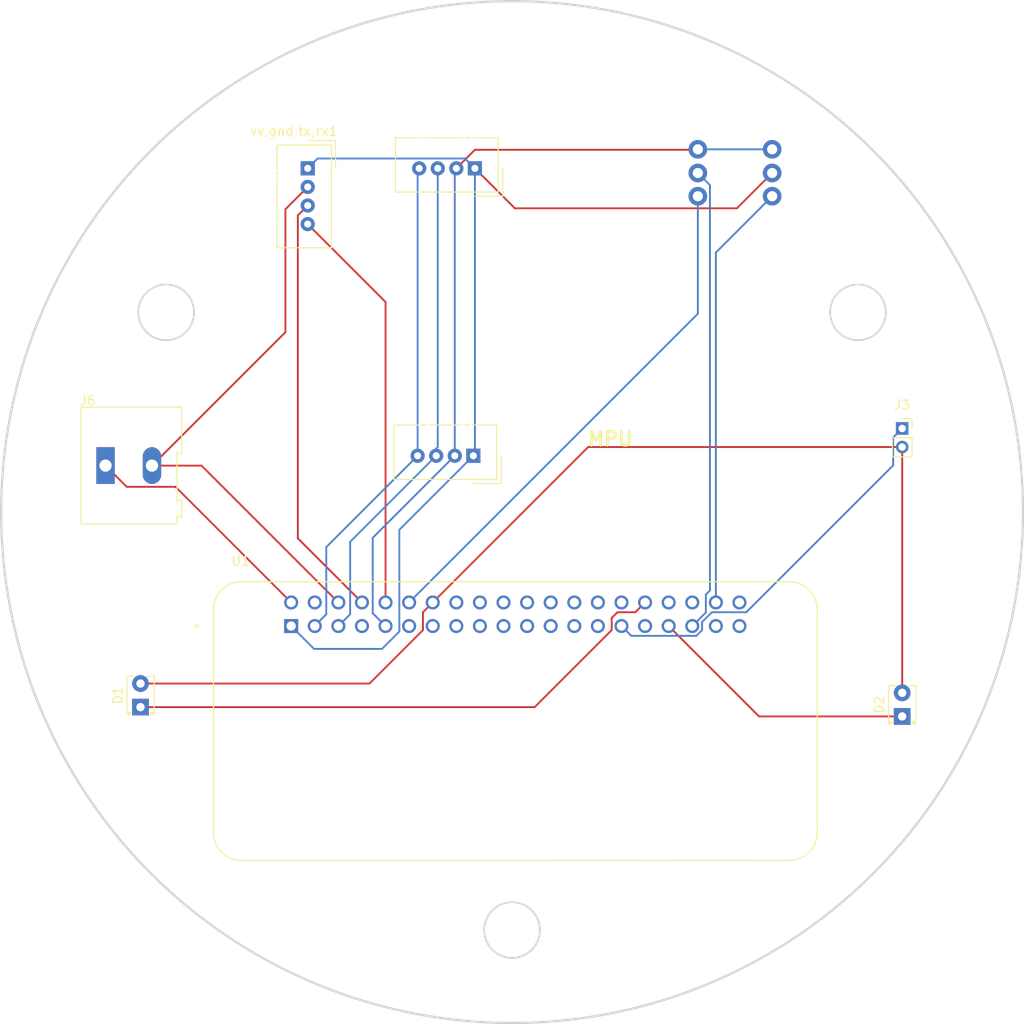
<source format=kicad_pcb>
(kicad_pcb (version 20241229) (generator "pcbnew") (generator_version "9.0")
  (layers (0 "F.Cu" signal) (2 "B.Cu" signal) (13 "F.Paste" user) (15 "B.Paste" user) (5 "F.SilkS" user "F.Silkscreen") (7 "B.SilkS" user "B.Silkscreen") (1 "F.Mask" user) (3 "B.Mask" user) (25 "Edge.Cuts" user))
  (net 0 "")
  (net 1 "Net-(J1-Pin_1)")
  (net 2 "Net-(J1-Pin_3)")
  (net 3 "Net-(J1-Pin_2)")
  (net 4 "Net-(J1-Pin_4)")
  (net 5 "Net-(J6-Pin_2)")
  (net 6 "Net-(J6-Pin_1)")
  (net 14 "Net-(D1-K)")
  (net 16 "Net-(D1-A)")
  (net 33 "Net-(D2-K)")
  (net 35 "Net-(J7-Pin_2)")
  (net 36 "Net-(J7-Pin_3)")
  (net 37 "Net-(J7-Pin_6)")
  (net 38 "Net-(J3-Pin_1)")
  (net 39 "Net-(U1-GPIO15{slash}RXD0)")
  (net 40 "Net-(U1-GPIO14{slash}TXD0)")
  (footprint "LED_THT:LED_D2.0mm_W4.0mm_H2.8mm_FlatTop" (layer "F.Cu") (at 193 129 90)
    (property "Reference" "D2" (at 1.27 -2.46 90) (layer "F.SilkS"))
    (property "Value" "LED")
    (fp_line (start 3.33 -1.46) (end 3.33 -0.736) (stroke (width 0.12)) (layer "F.SilkS"))
    (fp_line (start -0.55 -1.46) (end -0.55 -1.08) (stroke (width 0.12)) (layer "F.SilkS"))
    (fp_line (start -0.67 -1.46) (end -0.67 -1.08) (stroke (width 0.12)) (layer "F.SilkS"))
    (fp_line (start -0.79 -1.46) (end 3.33 -1.46) (stroke (width 0.12)) (layer "F.SilkS"))
    (fp_line (start -0.79 -1.08) (end -0.79 -1.46) (stroke (width 0.12)) (layer "F.SilkS"))
    (fp_line (start 3.33 0.736) (end 3.33 1.46) (stroke (width 0.12)) (layer "F.SilkS"))
    (fp_line (start -0.55 1.08) (end -0.55 1.46) (stroke (width 0.12)) (layer "F.SilkS"))
    (fp_line (start -0.67 1.08) (end -0.67 1.46) (stroke (width 0.12)) (layer "F.SilkS"))
    (fp_line (start 3.33 1.46) (end -0.79 1.46) (stroke (width 0.12)) (layer "F.SilkS"))
    (fp_line (start -0.79 1.46) (end -0.79 1.08) (stroke (width 0.12)) (layer "F.SilkS"))
    (pad "1" thru_hole rect (at 0 0 90) (size 1.8 1.8) (drill 0.9) (layers "*.Cu" "*.Mask") (net 33 "Net-(D2-K)"))
    (pad "2" thru_hole circle (at 2.54 0 90) (size 1.8 1.8) (drill 0.9) (layers "*.Cu" "*.Mask") (net 16 "Net-(D1-A)"))
  )
  (footprint "pins:tnmp441" (layer "F.Cu") (at 174.999922 70.5)
    (property "Reference" "J7" (hide yes))
    (property "Value" "Conn_01x06_Pin" (hide yes))
    (pad "1" thru_hole circle (at -4 -2.55) (size 2 2) (drill 1.1) (layers "*.Cu" "*.Mask") (net 3 "Net-(J1-Pin_2)"))
    (pad "2" thru_hole circle (at -4 0) (size 2 2) (drill 1.1) (layers "*.Cu" "*.Mask") (net 35 "Net-(J7-Pin_2)"))
    (pad "3" thru_hole circle (at -4 2.5) (size 2 2) (drill 1.1) (layers "*.Cu" "*.Mask") (net 36 "Net-(J7-Pin_3)"))
    (pad "4" thru_hole circle (at 4.000156 -2.55) (size 2 2) (drill 1.1) (layers "*.Cu" "*.Mask") (net 3 "Net-(J1-Pin_2)"))
    (pad "5" thru_hole circle (at 4.000078 0) (size 2 2) (drill 1.1) (layers "*.Cu" "*.Mask") (net 1 "Net-(J1-Pin_1)"))
    (pad "6" thru_hole circle (at 4.000078 2.5) (size 2 2) (drill 1.1) (layers "*.Cu" "*.Mask") (net 37 "Net-(J7-Pin_6)"))
  )
  (footprint "Connector:NS-Tech_Grove_1x04_P2mm_Vertical" (layer "F.Cu") (at 147 70 -90)
    (property "Reference" "J1" (hide yes))
    (property "Value" "Conn_01x04_Socket")
    (fp_line (start -3.3 8.55) (end 2.55 8.55) (stroke (width 0.12)) (layer "F.SilkS"))
    (fp_line (start -3.3 5.9) (end -3.3 8.55) (stroke (width 0.12)) (layer "F.SilkS"))
    (fp_line (start -3.3 5) (end -3.3 5.6) (stroke (width 0.12)) (layer "F.SilkS"))
    (fp_line (start -3.3 1.25) (end -3.3 4.75) (stroke (width 0.12)) (layer "F.SilkS"))
    (fp_line (start -3.3 0.4) (end -3.3 1) (stroke (width 0.12)) (layer "F.SilkS"))
    (fp_line (start -3.3 -2.5) (end -3.3 0.15) (stroke (width 0.12)) (layer "F.SilkS"))
    (fp_line (start -3.3 -2.5) (end 2.55 -2.5) (stroke (width 0.12)) (layer "F.SilkS"))
    (fp_line (start 2.55 -2.5) (end 2.55 8.55) (stroke (width 0.12)) (layer "F.SilkS"))
    (fp_line (start 0 -3) (end 3 -3) (stroke (width 0.12)) (layer "F.SilkS"))
    (fp_line (start 3 -3) (end 3 0) (stroke (width 0.12)) (layer "F.SilkS"))
    (pad "1" thru_hole rect (at 0 0 270) (size 1.524 1.524) (drill 0.762) (layers "*.Cu" "*.Mask") (net 1 "Net-(J1-Pin_1)"))
    (pad "2" thru_hole circle (at 0 2 270) (size 1.524 1.524) (drill 0.762) (layers "*.Cu" "*.Mask") (net 3 "Net-(J1-Pin_2)"))
    (pad "3" thru_hole circle (at 0 4 270) (size 1.524 1.524) (drill 0.762) (layers "*.Cu" "*.Mask") (net 2 "Net-(J1-Pin_3)"))
    (pad "4" thru_hole circle (at 0 6 270) (size 1.524 1.524) (drill 0.762) (layers "*.Cu" "*.Mask") (net 4 "Net-(J1-Pin_4)"))
  )
  (footprint "TerminalBlock:TerminalBlock_Altech_AK300-2_P5.00mm" (layer "F.Cu") (at 107.235 102)
    (property "Reference" "J6" (at -1.92 -6.99 0) (layer "F.SilkS"))
    (property "Value" "Screw_Terminal_01x02")
    (fp_line (start -2.65 -6.3) (end -2.65 6.3) (stroke (width 0.12)) (layer "F.SilkS"))
    (fp_line (start -2.65 6.3) (end 7.7 6.3) (stroke (width 0.12)) (layer "F.SilkS"))
    (fp_line (start 7.7 -1.5) (end 8.2 -1.2) (stroke (width 0.12)) (layer "F.SilkS"))
    (fp_line (start 7.7 3.9) (end 7.7 -1.5) (stroke (width 0.12)) (layer "F.SilkS"))
    (fp_line (start 7.7 5.35) (end 8.2 5.6) (stroke (width 0.12)) (layer "F.SilkS"))
    (fp_line (start 7.7 6.3) (end 7.7 5.35) (stroke (width 0.12)) (layer "F.SilkS"))
    (fp_line (start 8.2 -6.3) (end -2.65 -6.3) (stroke (width 0.12)) (layer "F.SilkS"))
    (fp_line (start 8.2 -1.2) (end 8.2 -6.3) (stroke (width 0.12)) (layer "F.SilkS"))
    (fp_line (start 8.2 3.65) (end 7.7 3.9) (stroke (width 0.12)) (layer "F.SilkS"))
    (fp_line (start 8.2 3.7) (end 8.2 3.65) (stroke (width 0.12)) (layer "F.SilkS"))
    (fp_line (start 8.2 5.6) (end 8.2 3.7) (stroke (width 0.12)) (layer "F.SilkS"))
    (pad "1" thru_hole rect (at 0 0) (size 1.98 3.96) (drill 1.32) (layers "*.Cu" "*.Mask") (net 6 "Net-(J6-Pin_1)"))
    (pad "2" thru_hole oval (at 5 0) (size 1.98 3.96) (drill 1.32) (layers "*.Cu" "*.Mask") (net 5 "Net-(J6-Pin_2)"))
  )
  (footprint "Connector:NS-Tech_Grove_1x04_P2mm_Vertical" (layer "F.Cu") (at 146.8325 100.9375 -90)
    (property "Reference" "J2" (hide yes))
    (property "Value" "Conn_01x04_Socket")
    (fp_line (start -3.3 8.55) (end 2.55 8.55) (stroke (width 0.12)) (layer "F.SilkS"))
    (fp_line (start -3.3 5.9) (end -3.3 8.55) (stroke (width 0.12)) (layer "F.SilkS"))
    (fp_line (start -3.3 5) (end -3.3 5.6) (stroke (width 0.12)) (layer "F.SilkS"))
    (fp_line (start -3.3 1.25) (end -3.3 4.75) (stroke (width 0.12)) (layer "F.SilkS"))
    (fp_line (start -3.3 0.4) (end -3.3 1) (stroke (width 0.12)) (layer "F.SilkS"))
    (fp_line (start -3.3 -2.5) (end -3.3 0.15) (stroke (width 0.12)) (layer "F.SilkS"))
    (fp_line (start -3.3 -2.5) (end 2.55 -2.5) (stroke (width 0.12)) (layer "F.SilkS"))
    (fp_line (start 2.55 -2.5) (end 2.55 8.55) (stroke (width 0.12)) (layer "F.SilkS"))
    (fp_line (start 0 -3) (end 3 -3) (stroke (width 0.12)) (layer "F.SilkS"))
    (fp_line (start 3 -3) (end 3 0) (stroke (width 0.12)) (layer "F.SilkS"))
    (pad "1" thru_hole rect (at 0 0 270) (size 1.524 1.524) (drill 0.762) (layers "*.Cu" "*.Mask") (net 1 "Net-(J1-Pin_1)"))
    (pad "2" thru_hole circle (at 0 2 270) (size 1.524 1.524) (drill 0.762) (layers "*.Cu" "*.Mask") (net 3 "Net-(J1-Pin_2)"))
    (pad "3" thru_hole circle (at 0 4 270) (size 1.524 1.524) (drill 0.762) (layers "*.Cu" "*.Mask") (net 2 "Net-(J1-Pin_3)"))
    (pad "4" thru_hole circle (at 0 6 270) (size 1.524 1.524) (drill 0.762) (layers "*.Cu" "*.Mask") (net 4 "Net-(J1-Pin_4)"))
  )
  (footprint "LED_THT:LED_D2.0mm_W4.0mm_H2.8mm_FlatTop" (layer "F.Cu") (at 111 128 90)
    (property "Reference" "D1" (at 1.27 -2.46 90) (layer "F.SilkS"))
    (property "Value" "LED")
    (fp_line (start 3.33 -1.46) (end 3.33 -0.736) (stroke (width 0.12)) (layer "F.SilkS"))
    (fp_line (start -0.55 -1.46) (end -0.55 -1.08) (stroke (width 0.12)) (layer "F.SilkS"))
    (fp_line (start -0.67 -1.46) (end -0.67 -1.08) (stroke (width 0.12)) (layer "F.SilkS"))
    (fp_line (start -0.79 -1.46) (end 3.33 -1.46) (stroke (width 0.12)) (layer "F.SilkS"))
    (fp_line (start -0.79 -1.08) (end -0.79 -1.46) (stroke (width 0.12)) (layer "F.SilkS"))
    (fp_line (start 3.33 0.736) (end 3.33 1.46) (stroke (width 0.12)) (layer "F.SilkS"))
    (fp_line (start -0.55 1.08) (end -0.55 1.46) (stroke (width 0.12)) (layer "F.SilkS"))
    (fp_line (start -0.67 1.08) (end -0.67 1.46) (stroke (width 0.12)) (layer "F.SilkS"))
    (fp_line (start 3.33 1.46) (end -0.79 1.46) (stroke (width 0.12)) (layer "F.SilkS"))
    (fp_line (start -0.79 1.46) (end -0.79 1.08) (stroke (width 0.12)) (layer "F.SilkS"))
    (pad "1" thru_hole rect (at 0 0 90) (size 1.8 1.8) (drill 0.9) (layers "*.Cu" "*.Mask") (net 14 "Net-(D1-K)"))
    (pad "2" thru_hole circle (at 2.54 0 90) (size 1.8 1.8) (drill 0.9) (layers "*.Cu" "*.Mask") (net 16 "Net-(D1-A)"))
  )
  (footprint "RASPBERRY_PI_ZERO_2_W:MODULE_RASPBERRY_PI_ZERO_2_W" (layer "F.Cu") (at 151.35 129.5)
    (property "Reference" "U1" (at -29.569 -17.2162 0) (layer "F.SilkS") (effects (font (size 1.00189 1.00189))))
    (property "Value" "RASPBERRY_PI_ZERO_2_W")
    (fp_line (start -32.5 -12) (end -32.5 12) (stroke (width 0.127)) (layer "F.SilkS"))
    (fp_line (start -29.5 15) (end 29.5 15) (stroke (width 0.127)) (layer "F.SilkS"))
    (fp_line (start 4.4 15) (end 12.75 15) (stroke (width 0.127)) (layer "F.SilkS"))
    (fp_line (start 17 15) (end 25.35 15) (stroke (width 0.127)) (layer "F.SilkS"))
    (fp_line (start 29.5 -15) (end -29.5 -15) (stroke (width 0.127)) (layer "F.SilkS"))
    (fp_line (start 32.5 12) (end 32.5 -12) (stroke (width 0.127)) (layer "F.SilkS"))
    (fp_arc (start -32.5 -12) (mid -31.62132 -14.12132) (end -29.5 -15) (stroke (width 0.127)) (layer "F.SilkS"))
    (fp_arc (start -29.5 15) (mid -31.62132 14.12132) (end -32.5 12) (stroke (width 0.127)) (layer "F.SilkS"))
    (fp_arc (start 29.5 -15) (mid 31.62132 -14.12132) (end 32.5 -12) (stroke (width 0.127)) (layer "F.SilkS"))
    (fp_arc (start 32.5 12) (mid 31.62132 14.12132) (end 29.5 15) (stroke (width 0.127)) (layer "F.SilkS"))
    (fp_circle (center -34.29 -10.23) (end -34.19 -10.23) (stroke (width 0.2)) (fill no) (layer "F.SilkS"))
    (pad "" np_thru_hole circle (at -29 -11.5) (size 2.75 2.75) (drill 2.75) (layers "*.Cu" "*.Mask"))
    (pad "" np_thru_hole circle (at -29 11.5) (size 2.75 2.75) (drill 2.75) (layers "*.Cu" "*.Mask"))
    (pad "" np_thru_hole circle (at 29 -11.5) (size 2.75 2.75) (drill 2.75) (layers "*.Cu" "*.Mask"))
    (pad "" np_thru_hole circle (at 29 11.5) (size 2.75 2.75) (drill 2.75) (layers "*.Cu" "*.Mask"))
    (pad "1" thru_hole rect (at -24.13 -10.23) (size 1.508 1.508) (drill 1) (layers "*.Cu" "*.Mask") (net 1 "Net-(J1-Pin_1)"))
    (pad "2" thru_hole circle (at -24.13 -12.77) (size 1.508 1.508) (drill 1) (layers "*.Cu" "*.Mask") (net 6 "Net-(J6-Pin_1)"))
    (pad "3" thru_hole circle (at -21.59 -10.23) (size 1.508 1.508) (drill 1) (layers "*.Cu" "*.Mask") (net 4 "Net-(J1-Pin_4)"))
    (pad "4" thru_hole circle (at -21.59 -12.77) (size 1.508 1.508) (drill 1) (layers "*.Cu" "*.Mask"))
    (pad "5" thru_hole circle (at -19.05 -10.23) (size 1.508 1.508) (drill 1) (layers "*.Cu" "*.Mask") (net 2 "Net-(J1-Pin_3)"))
    (pad "6" thru_hole circle (at -19.05 -12.77) (size 1.508 1.508) (drill 1) (layers "*.Cu" "*.Mask") (net 5 "Net-(J6-Pin_2)"))
    (pad "7" thru_hole circle (at -16.51 -10.23) (size 1.508 1.508) (drill 1) (layers "*.Cu" "*.Mask"))
    (pad "8" thru_hole circle (at -16.51 -12.77) (size 1.508 1.508) (drill 1) (layers "*.Cu" "*.Mask") (net 40 "Net-(U1-GPIO14{slash}TXD0)"))
    (pad "9" thru_hole circle (at -13.97 -10.23) (size 1.508 1.508) (drill 1) (layers "*.Cu" "*.Mask") (net 3 "Net-(J1-Pin_2)"))
    (pad "10" thru_hole circle (at -13.97 -12.77) (size 1.508 1.508) (drill 1) (layers "*.Cu" "*.Mask") (net 39 "Net-(U1-GPIO15{slash}RXD0)"))
    (pad "11" thru_hole circle (at -11.43 -10.23) (size 1.508 1.508) (drill 1) (layers "*.Cu" "*.Mask"))
    (pad "12" thru_hole circle (at -11.43 -12.77) (size 1.508 1.508) (drill 1) (layers "*.Cu" "*.Mask") (net 36 "Net-(J7-Pin_3)"))
    (pad "13" thru_hole circle (at -8.89 -10.23) (size 1.508 1.508) (drill 1) (layers "*.Cu" "*.Mask"))
    (pad "14" thru_hole circle (at -8.89 -12.77) (size 1.508 1.508) (drill 1) (layers "*.Cu" "*.Mask") (net 16 "Net-(D1-A)"))
    (pad "15" thru_hole circle (at -6.35 -10.23) (size 1.508 1.508) (drill 1) (layers "*.Cu" "*.Mask"))
    (pad "16" thru_hole circle (at -6.35 -12.77) (size 1.508 1.508) (drill 1) (layers "*.Cu" "*.Mask"))
    (pad "17" thru_hole circle (at -3.81 -10.23) (size 1.508 1.508) (drill 1) (layers "*.Cu" "*.Mask"))
    (pad "18" thru_hole circle (at -3.81 -12.77) (size 1.508 1.508) (drill 1) (layers "*.Cu" "*.Mask"))
    (pad "19" thru_hole circle (at -1.27 -10.23) (size 1.508 1.508) (drill 1) (layers "*.Cu" "*.Mask"))
    (pad "20" thru_hole circle (at -1.27 -12.77) (size 1.508 1.508) (drill 1) (layers "*.Cu" "*.Mask"))
    (pad "21" thru_hole circle (at 1.27 -10.23) (size 1.508 1.508) (drill 1) (layers "*.Cu" "*.Mask"))
    (pad "22" thru_hole circle (at 1.27 -12.77) (size 1.508 1.508) (drill 1) (layers "*.Cu" "*.Mask"))
    (pad "23" thru_hole circle (at 3.81 -10.23) (size 1.508 1.508) (drill 1) (layers "*.Cu" "*.Mask"))
    (pad "24" thru_hole circle (at 3.81 -12.77) (size 1.508 1.508) (drill 1) (layers "*.Cu" "*.Mask"))
    (pad "25" thru_hole circle (at 6.35 -10.23) (size 1.508 1.508) (drill 1) (layers "*.Cu" "*.Mask"))
    (pad "26" thru_hole circle (at 6.35 -12.77) (size 1.508 1.508) (drill 1) (layers "*.Cu" "*.Mask"))
    (pad "27" thru_hole circle (at 8.89 -10.23) (size 1.508 1.508) (drill 1) (layers "*.Cu" "*.Mask"))
    (pad "28" thru_hole circle (at 8.89 -12.77) (size 1.508 1.508) (drill 1) (layers "*.Cu" "*.Mask"))
    (pad "29" thru_hole circle (at 11.43 -10.23) (size 1.508 1.508) (drill 1) (layers "*.Cu" "*.Mask") (net 38 "Net-(J3-Pin_1)"))
    (pad "30" thru_hole circle (at 11.43 -12.77) (size 1.508 1.508) (drill 1) (layers "*.Cu" "*.Mask"))
    (pad "31" thru_hole circle (at 13.97 -10.23) (size 1.508 1.508) (drill 1) (layers "*.Cu" "*.Mask"))
    (pad "32" thru_hole circle (at 13.97 -12.77) (size 1.508 1.508) (drill 1) (layers "*.Cu" "*.Mask") (net 14 "Net-(D1-K)"))
    (pad "33" thru_hole circle (at 16.51 -10.23) (size 1.508 1.508) (drill 1) (layers "*.Cu" "*.Mask") (net 33 "Net-(D2-K)"))
    (pad "34" thru_hole circle (at 16.51 -12.77) (size 1.508 1.508) (drill 1) (layers "*.Cu" "*.Mask"))
    (pad "35" thru_hole circle (at 19.05 -10.23) (size 1.508 1.508) (drill 1) (layers "*.Cu" "*.Mask") (net 35 "Net-(J7-Pin_2)"))
    (pad "36" thru_hole circle (at 19.05 -12.77) (size 1.508 1.508) (drill 1) (layers "*.Cu" "*.Mask"))
    (pad "37" thru_hole circle (at 21.59 -10.23) (size 1.508 1.508) (drill 1) (layers "*.Cu" "*.Mask"))
    (pad "38" thru_hole circle (at 21.59 -12.77) (size 1.508 1.508) (drill 1) (layers "*.Cu" "*.Mask") (net 37 "Net-(J7-Pin_6)"))
    (pad "39" thru_hole circle (at 24.13 -10.23) (size 1.508 1.508) (drill 1) (layers "*.Cu" "*.Mask"))
    (pad "40" thru_hole circle (at 24.13 -12.77) (size 1.508 1.508) (drill 1) (layers "*.Cu" "*.Mask"))
  )
  (footprint "Connector:NS-Tech_Grove_1x04_P2mm_Vertical" (layer "F.Cu") (at 129 70)
    (property "Reference" "vv,gnd,tx,rx1" (at -1.5 -4 0) (layer "F.SilkS"))
    (property "Value" "Conn_01x04_Socket")
    (fp_line (start -3.3 -2.5) (end -3.3 0.15) (stroke (width 0.12)) (layer "F.SilkS"))
    (fp_line (start -3.3 -2.5) (end 2.55 -2.5) (stroke (width 0.12)) (layer "F.SilkS"))
    (fp_line (start -3.3 0.4) (end -3.3 1) (stroke (width 0.12)) (layer "F.SilkS"))
    (fp_line (start -3.3 1.25) (end -3.3 4.75) (stroke (width 0.12)) (layer "F.SilkS"))
    (fp_line (start -3.3 5) (end -3.3 5.6) (stroke (width 0.12)) (layer "F.SilkS"))
    (fp_line (start -3.3 5.9) (end -3.3 8.55) (stroke (width 0.12)) (layer "F.SilkS"))
    (fp_line (start -3.3 8.55) (end 2.55 8.55) (stroke (width 0.12)) (layer "F.SilkS"))
    (fp_line (start 0 -3) (end 3 -3) (stroke (width 0.12)) (layer "F.SilkS"))
    (fp_line (start 2.55 -2.5) (end 2.55 8.55) (stroke (width 0.12)) (layer "F.SilkS"))
    (fp_line (start 3 -3) (end 3 0) (stroke (width 0.12)) (layer "F.SilkS"))
    (pad "1" thru_hole rect (at 0 0) (size 1.524 1.524) (drill 0.762) (layers "*.Cu" "*.Mask") (net 1 "Net-(J1-Pin_1)"))
    (pad "2" thru_hole circle (at 0 2) (size 1.524 1.524) (drill 0.762) (layers "*.Cu" "*.Mask") (net 5 "Net-(J6-Pin_2)"))
    (pad "3" thru_hole circle (at 0 4) (size 1.524 1.524) (drill 0.762) (layers "*.Cu" "*.Mask") (net 40 "Net-(U1-GPIO14{slash}TXD0)"))
    (pad "4" thru_hole circle (at 0 6) (size 1.524 1.524) (drill 0.762) (layers "*.Cu" "*.Mask") (net 39 "Net-(U1-GPIO15{slash}RXD0)"))
  )
  (footprint "Connector_PinSocket_2.00mm:PinSocket_1x02_P2.00mm_Vertical" (layer "F.Cu") (at 193 98)
    (property "Reference" "J3" (at 0 -2.5 0) (layer "F.SilkS"))
    (property "Value" "Conn_01x02_Socket")
    (fp_line (start -1.06 1) (end -1.06 3.06) (stroke (width 0.12)) (layer "F.SilkS"))
    (fp_line (start -1.06 1) (end 1.06 1) (stroke (width 0.12)) (layer "F.SilkS"))
    (fp_line (start -1.06 3.06) (end 1.06 3.06) (stroke (width 0.12)) (layer "F.SilkS"))
    (fp_line (start 0 -1.06) (end 1.06 -1.06) (stroke (width 0.12)) (layer "F.SilkS"))
    (fp_line (start 1.06 -1.06) (end 1.06 0) (stroke (width 0.12)) (layer "F.SilkS"))
    (fp_line (start 1.06 1) (end 1.06 3.06) (stroke (width 0.12)) (layer "F.SilkS"))
    (pad "1" thru_hole rect (at 0 0) (size 1.35 1.35) (drill 0.8) (layers "*.Cu" "*.Mask") (net 38 "Net-(J3-Pin_1)"))
    (pad "2" thru_hole circle (at 0 2) (size 1.35 1.35) (drill 0.8) (layers "*.Cu" "*.Mask") (net 16 "Net-(D1-A)"))
  )
  (gr_circle (center 188.239092 85.5) (end 191.239092 85.5) (stroke (width 0.2)) (fill no) (layer "Edge.Cuts"))
  (gr_circle (center 113.760908 85.5) (end 116.760908 85.5) (stroke (width 0.2)) (fill no) (layer "Edge.Cuts"))
  (gr_circle (center 151 152) (end 154 152) (stroke (width 0.2)) (fill no) (layer "Edge.Cuts"))
  (gr_circle (center 151 107) (end 206 107) (stroke (width 0.25)) (fill no) (layer "Edge.Cuts"))
  (gr_text "MPU" (at 159 100 0) (layer "F.SilkS") (effects (font (size 1.5 1.5) (thickness 0.3) (bold yes)) (justify left bottom)))
  (segment (start 151.301 74.301) (end 147 70) (width 0.2) (layer "F.Cu") (net 1))
  (segment (start 179 70.5) (end 175.199 74.301) (width 0.2) (layer "F.Cu") (net 1))
  (segment (start 175.199 74.301) (end 151.301 74.301) (width 0.2) (layer "F.Cu") (net 1))
  (segment (start 138.865 108.905) (end 146.8325 100.9375) (width 0.2) (layer "B.Cu") (net 1))
  (segment (start 138.865 119.865) (end 137 121.73) (width 0.2) (layer "B.Cu") (net 1))
  (segment (start 147 100.77) (end 146.8325 100.9375) (width 0.2) (layer "B.Cu") (net 1))
  (segment (start 137 121.73) (end 129.68 121.73) (width 0.2) (layer "B.Cu") (net 1))
  (segment (start 129 70) (end 130.063 68.937) (width 0.2) (layer "B.Cu") (net 1))
  (segment (start 130.063 68.937) (end 145.937 68.937) (width 0.2) (layer "B.Cu") (net 1))
  (segment (start 129.68 121.73) (end 127.22 119.27) (width 0.2) (layer "B.Cu") (net 1))
  (segment (start 145.937 68.937) (end 147 70) (width 0.2) (layer "B.Cu") (net 1))
  (segment (start 138.865 119.865) (end 138.865 108.905) (width 0.2) (layer "B.Cu") (net 1))
  (segment (start 147 70) (end 147 100.77) (width 0.2) (layer "B.Cu") (net 1))
  (segment (start 143 100) (end 143 70) (width 0.2) (layer "B.Cu") (net 2))
  (segment (start 132.3 119.27) (end 133.57 118) (width 0.2) (layer "B.Cu") (net 2))
  (segment (start 142.8325 100.9375) (end 142.8325 100.1675) (width 0.2) (layer "B.Cu") (net 2))
  (segment (start 133.57 118) (end 133.57 110.2) (width 0.2) (layer "B.Cu") (net 2))
  (segment (start 133.57 110.2) (end 142.8325 100.9375) (width 0.2) (layer "B.Cu") (net 2))
  (segment (start 142.8325 100.1675) (end 143 100) (width 0.2) (layer "B.Cu") (net 2))
  (segment (start 145 70) (end 147 68) (width 0.2) (layer "F.Cu") (net 3))
  (segment (start 147 68) (end 171 68) (width 0.2) (layer "F.Cu") (net 3))
  (segment (start 136 109.77) (end 136 117.89) (width 0.2) (layers "B.Cu" "B.Mask") (net 3))
  (segment (start 144.8325 100.9375) (end 144.8325 70.1675) (width 0.2) (layer "B.Cu") (net 3))
  (segment (start 144.8325 100.9375) (end 136 109.77) (width 0.2) (layers "B.Cu" "B.Mask") (net 3))
  (segment (start 144.8325 70.1675) (end 145 70) (width 0.2) (layer "B.Cu") (net 3))
  (segment (start 170.999922 67.95) (end 179.000078 67.95) (width 0.2) (layer "B.Cu") (net 3))
  (segment (start 136 117.89) (end 137.38 119.27) (width 0.2) (layers "B.Cu" "B.Mask") (net 3))
  (segment (start 129.76 119.27) (end 129.76 119.24) (width 0.2) (layer "B.Cu") (net 4))
  (segment (start 140.8325 100.9375) (end 140.8325 70.1675) (width 0.2) (layer "B.Cu") (net 4))
  (segment (start 129.76 119.24) (end 131 118) (width 0.2) (layer "B.Cu") (net 4))
  (segment (start 131 110.77) (end 140.8325 100.9375) (width 0.2) (layer "B.Cu") (net 4))
  (segment (start 131 118) (end 131 110.77) (width 0.2) (layer "B.Cu") (net 4))
  (segment (start 140.8325 70.1675) (end 141 70) (width 0.2) (layer "B.Cu") (net 4))
  (segment (start 126.599 87.636) (end 126.599 74.401) (width 0.2) (layer "F.Cu") (net 5))
  (segment (start 112.235 102) (end 126.599 87.636) (width 0.2) (layer "F.Cu") (net 5))
  (segment (start 126.599 74.401) (end 129 72) (width 0.2) (layer "F.Cu") (net 5))
  (segment (start 117.57 102) (end 112.235 102) (width 0.2) (layer "F.Cu") (net 5))
  (segment (start 132.3 116.73) (end 117.57 102) (width 0.2) (layer "F.Cu") (net 5))
  (segment (start 114.771 104.281) (end 127.22 116.73) (width 0.2) (layer "F.Cu") (net 6))
  (segment (start 109.516 104.281) (end 114.771 104.281) (width 0.2) (layer "F.Cu") (net 6))
  (segment (start 107.235 102) (end 109.516 104.281) (width 0.2) (layer "F.Cu") (net 6))
  (segment (start 111 128) (end 153.431996 128) (width 0.2) (layer "F.Cu") (net 14))
  (segment (start 161.725 119.706996) (end 161.725 118.403004) (width 0.2) (layer "F.Cu") (net 14))
  (segment (start 153.431996 128) (end 161.725 119.706996) (width 0.2) (layer "F.Cu") (net 14))
  (segment (start 164.265 117.785) (end 165.32 116.73) (width 0.2) (layer "F.Cu") (net 14))
  (segment (start 162.343004 117.785) (end 164.265 117.785) (width 0.2) (layer "F.Cu") (net 14))
  (segment (start 161.725 118.403004) (end 162.343004 117.785) (width 0.2) (layer "F.Cu") (net 14))
  (segment (start 159.19 100) (end 142.46 116.73) (width 0.2) (layer "F.Cu") (net 16))
  (segment (start 193 100) (end 159.19 100) (width 0.2) (layer "F.Cu") (net 16))
  (segment (start 141.405 119.706996) (end 141.405 117.785) (width 0.2) (layer "F.Cu") (net 16))
  (segment (start 111 125.46) (end 135.651996 125.46) (width 0.2) (layer "F.Cu") (net 16))
  (segment (start 193 126.46) (end 193 100) (width 0.2) (layer "F.Cu") (net 16))
  (segment (start 141.405 117.785) (end 142.46 116.73) (width 0.2) (layer "F.Cu") (net 16))
  (segment (start 135.651996 125.46) (end 141.405 119.706996) (width 0.2) (layer "F.Cu") (net 16))
  (segment (start 193 129) (end 192.54 129) (width 0.2) (layer "F.Cu") (net 33))
  (segment (start 177.59 129) (end 167.86 119.27) (width 0.2) (layer "F.Cu") (net 33))
  (segment (start 192.54 129) (end 192.49 128.95) (width 0.2) (layer "F.Cu") (net 33))
  (segment (start 193 129) (end 177.59 129) (width 0.2) (layer "F.Cu") (net 33))
  (segment (start 192.95 128.95) (end 193 129) (width 0.2) (layer "B.Cu") (net 33))
  (segment (start 170.999922 70.5) (end 172.300922 71.801) (width 0.2) (layer "B.Cu") (net 35))
  (segment (start 171.860452 117.809548) (end 170.4 119.27) (width 0.2) (layer "B.Cu") (net 35))
  (segment (start 171.860452 115.887552) (end 171.860452 117.809548) (width 0.2) (layer "B.Cu") (net 35))
  (segment (start 172.300922 71.801) (end 172.300922 115.447082) (width 0.2) (layer "B.Cu") (net 35))
  (segment (start 172.300922 115.447082) (end 171.860452 115.887552) (width 0.2) (layer "B.Cu") (net 35))
  (segment (start 170.999922 73) (end 170.999922 85.650078) (width 0.2) (layer "B.Cu") (net 36))
  (segment (start 170.999922 85.650078) (end 139.92 116.73) (width 0.2) (layer "B.Cu") (net 36))
  (segment (start 179 73) (end 172.94 79.06) (width 0.2) (layer "B.Cu") (net 37))
  (segment (start 172.94 79.06) (end 172.94 116.73) (width 0.2) (layer "B.Cu") (net 37))
  (segment (start 171.455 119.706996) (end 171.455 118.833004) (width 0.2) (layer "B.Cu") (net 38))
  (segment (start 172.503004 117.785) (end 176.215 117.785) (width 0.2) (layer "B.Cu") (net 38))
  (segment (start 162.78 119.27) (end 163.835 120.325) (width 0.2) (layer "B.Cu") (net 38))
  (segment (start 176.215 117.785) (end 192.024 101.976) (width 0.2) (layer "B.Cu") (net 38))
  (segment (start 192.024 101.976) (end 192.024 98.976) (width 0.2) (layer "B.Cu") (net 38))
  (segment (start 192.718004 98) (end 193 98) (width 0.2) (layer "B.Cu") (net 38))
  (segment (start 163.835 120.325) (end 170.836996 120.325) (width 0.2) (layer "B.Cu") (net 38))
  (segment (start 170.836996 120.325) (end 171.455 119.706996) (width 0.2) (layer "B.Cu") (net 38))
  (segment (start 171.455 118.833004) (end 172.503004 117.785) (width 0.2) (layer "B.Cu") (net 38))
  (segment (start 192.024 98.976) (end 193 98) (width 0.2) (layer "B.Cu") (net 38))
  (segment (start 137.38 116.73) (end 137.38 84.38) (width 0.2) (layer "F.Cu") (net 39))
  (segment (start 137.38 84.38) (end 129 76) (width 0.2) (layer "F.Cu") (net 39))
  (segment (start 127.937 75.063) (end 129 74) (width 0.2) (layer "F.Cu") (net 40))
  (segment (start 134.84 116.73) (end 127.937 109.827) (width 0.2) (layer "F.Cu") (net 40))
  (segment (start 127.937 109.827) (end 127.937 75.063) (width 0.2) (layer "F.Cu") (net 40))
)
</source>
